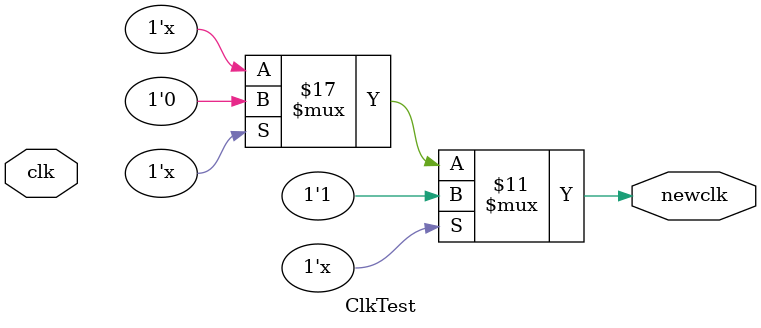
<source format=v>
module ClkTest(
  output newclk,
  input clk
);

integer div = 60;
reg newclk = 0;

always @(clk) 
begin
  if (div != 0)
  begin
    newclk = 0;
    div = div - 1;
  end
  if (div == 0)
  begin
    newclk = 1;
    div = 60;
  end
  end
endmodule

</source>
